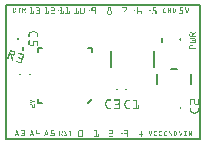
<source format=gto>
G04 MADE WITH FRITZING*
G04 WWW.FRITZING.ORG*
G04 DOUBLE SIDED*
G04 HOLES PLATED*
G04 CONTOUR ON CENTER OF CONTOUR VECTOR*
%ASAXBY*%
%FSLAX23Y23*%
%MOIN*%
%OFA0B0*%
%SFA1.0B1.0*%
%ADD10R,0.655324X0.456693X0.639324X0.440693*%
%ADD11C,0.008000*%
%ADD12C,0.006894*%
%ADD13C,0.005785*%
%ADD14R,0.001000X0.001000*%
%LNSILK1*%
G90*
G70*
G54D11*
X4Y453D02*
X651Y453D01*
X651Y4D01*
X4Y4D01*
X4Y453D01*
D02*
G54D12*
X61Y313D02*
X61Y301D01*
D02*
X522Y330D02*
X522Y343D01*
G54D11*
D02*
X620Y223D02*
X620Y189D01*
D02*
X508Y189D02*
X508Y223D01*
D02*
X554Y238D02*
X575Y238D01*
D02*
X355Y246D02*
X355Y297D01*
D02*
X496Y297D02*
X496Y246D01*
G54D13*
D02*
X122Y308D02*
X109Y308D01*
D02*
X109Y295D02*
X109Y308D01*
D02*
X278Y308D02*
X291Y308D01*
D02*
X291Y308D02*
X291Y295D01*
D02*
X109Y138D02*
X109Y125D01*
D02*
X109Y125D02*
X122Y125D01*
D02*
X278Y125D02*
X291Y138D01*
G54D14*
X392Y445D02*
X404Y445D01*
X85Y444D02*
X90Y444D01*
X105Y444D02*
X113Y444D01*
X134Y444D02*
X139Y444D01*
X154Y444D02*
X162Y444D01*
X184Y444D02*
X189Y444D01*
X203Y444D02*
X209Y444D01*
X290Y444D02*
X304Y444D01*
X344Y444D02*
X352Y444D01*
X390Y444D02*
X405Y444D01*
X441Y444D02*
X444Y444D01*
X493Y444D02*
X504Y444D01*
X584Y444D02*
X593Y444D01*
X602Y444D02*
X602Y444D01*
X613Y444D02*
X613Y444D01*
X28Y443D02*
X32Y443D01*
X43Y443D02*
X53Y443D01*
X59Y443D02*
X67Y443D01*
X84Y443D02*
X91Y443D01*
X103Y443D02*
X115Y443D01*
X133Y443D02*
X140Y443D01*
X153Y443D02*
X165Y443D01*
X183Y443D02*
X190Y443D01*
X202Y443D02*
X210Y443D01*
X232Y443D02*
X239Y443D01*
X253Y443D02*
X264Y443D01*
X289Y443D02*
X304Y443D01*
X344Y443D02*
X352Y443D01*
X390Y443D02*
X405Y443D01*
X441Y443D02*
X444Y443D01*
X493Y443D02*
X505Y443D01*
X584Y443D02*
X594Y443D01*
X601Y443D02*
X603Y443D01*
X612Y443D02*
X614Y443D01*
X27Y442D02*
X34Y442D01*
X43Y442D02*
X53Y442D01*
X59Y442D02*
X69Y442D01*
X84Y442D02*
X91Y442D01*
X104Y442D02*
X116Y442D01*
X133Y442D02*
X140Y442D01*
X153Y442D02*
X165Y442D01*
X183Y442D02*
X190Y442D01*
X203Y442D02*
X210Y442D01*
X232Y442D02*
X239Y442D01*
X252Y442D02*
X264Y442D01*
X289Y442D02*
X304Y442D01*
X344Y442D02*
X352Y442D01*
X390Y442D02*
X405Y442D01*
X441Y442D02*
X444Y442D01*
X493Y442D02*
X504Y442D01*
X532Y442D02*
X537Y442D01*
X544Y442D02*
X546Y442D01*
X553Y442D02*
X554Y442D01*
X560Y442D02*
X566Y442D01*
X584Y442D02*
X593Y442D01*
X601Y442D02*
X603Y442D01*
X612Y442D02*
X614Y442D01*
X28Y441D02*
X34Y441D01*
X43Y441D02*
X53Y441D01*
X59Y441D02*
X69Y441D01*
X89Y441D02*
X91Y441D01*
X114Y441D02*
X116Y441D01*
X138Y441D02*
X140Y441D01*
X163Y441D02*
X165Y441D01*
X188Y441D02*
X190Y441D01*
X208Y441D02*
X210Y441D01*
X233Y441D02*
X239Y441D01*
X252Y441D02*
X265Y441D01*
X289Y441D02*
X292Y441D01*
X302Y441D02*
X304Y441D01*
X344Y441D02*
X346Y441D01*
X350Y441D02*
X352Y441D01*
X391Y441D02*
X392Y441D01*
X403Y441D02*
X405Y441D01*
X441Y441D02*
X443Y441D01*
X493Y441D02*
X495Y441D01*
X531Y441D02*
X537Y441D01*
X544Y441D02*
X546Y441D01*
X552Y441D02*
X554Y441D01*
X560Y441D02*
X567Y441D01*
X584Y441D02*
X586Y441D01*
X601Y441D02*
X603Y441D01*
X612Y441D02*
X614Y441D01*
X29Y440D02*
X30Y440D01*
X33Y440D02*
X35Y440D01*
X43Y440D02*
X44Y440D01*
X48Y440D02*
X49Y440D01*
X52Y440D02*
X53Y440D01*
X59Y440D02*
X61Y440D01*
X68Y440D02*
X69Y440D01*
X89Y440D02*
X91Y440D01*
X114Y440D02*
X116Y440D01*
X138Y440D02*
X140Y440D01*
X164Y440D02*
X165Y440D01*
X188Y440D02*
X190Y440D01*
X208Y440D02*
X210Y440D01*
X237Y440D02*
X239Y440D01*
X252Y440D02*
X254Y440D01*
X263Y440D02*
X265Y440D01*
X289Y440D02*
X292Y440D01*
X302Y440D02*
X304Y440D01*
X344Y440D02*
X346Y440D01*
X350Y440D02*
X352Y440D01*
X403Y440D02*
X405Y440D01*
X441Y440D02*
X443Y440D01*
X493Y440D02*
X495Y440D01*
X530Y440D02*
X532Y440D01*
X544Y440D02*
X547Y440D01*
X552Y440D02*
X554Y440D01*
X562Y440D02*
X563Y440D01*
X566Y440D02*
X567Y440D01*
X584Y440D02*
X586Y440D01*
X601Y440D02*
X603Y440D01*
X612Y440D02*
X614Y440D01*
X29Y439D02*
X30Y439D01*
X34Y439D02*
X35Y439D01*
X48Y439D02*
X49Y439D01*
X59Y439D02*
X61Y439D01*
X68Y439D02*
X69Y439D01*
X89Y439D02*
X91Y439D01*
X114Y439D02*
X116Y439D01*
X138Y439D02*
X140Y439D01*
X164Y439D02*
X165Y439D01*
X188Y439D02*
X190Y439D01*
X208Y439D02*
X210Y439D01*
X237Y439D02*
X239Y439D01*
X252Y439D02*
X254Y439D01*
X263Y439D02*
X265Y439D01*
X289Y439D02*
X292Y439D01*
X302Y439D02*
X304Y439D01*
X344Y439D02*
X346Y439D01*
X350Y439D02*
X352Y439D01*
X403Y439D02*
X405Y439D01*
X441Y439D02*
X443Y439D01*
X493Y439D02*
X495Y439D01*
X530Y439D02*
X531Y439D01*
X544Y439D02*
X547Y439D01*
X552Y439D02*
X554Y439D01*
X562Y439D02*
X563Y439D01*
X566Y439D02*
X568Y439D01*
X584Y439D02*
X586Y439D01*
X601Y439D02*
X603Y439D01*
X612Y439D02*
X614Y439D01*
X29Y438D02*
X30Y438D01*
X34Y438D02*
X36Y438D01*
X48Y438D02*
X49Y438D01*
X59Y438D02*
X61Y438D01*
X68Y438D02*
X69Y438D01*
X89Y438D02*
X91Y438D01*
X114Y438D02*
X116Y438D01*
X138Y438D02*
X140Y438D01*
X164Y438D02*
X165Y438D01*
X188Y438D02*
X190Y438D01*
X208Y438D02*
X210Y438D01*
X237Y438D02*
X239Y438D01*
X252Y438D02*
X254Y438D01*
X263Y438D02*
X265Y438D01*
X289Y438D02*
X292Y438D01*
X302Y438D02*
X304Y438D01*
X344Y438D02*
X346Y438D01*
X350Y438D02*
X352Y438D01*
X403Y438D02*
X405Y438D01*
X441Y438D02*
X443Y438D01*
X493Y438D02*
X495Y438D01*
X529Y438D02*
X531Y438D01*
X544Y438D02*
X548Y438D01*
X552Y438D02*
X554Y438D01*
X562Y438D02*
X563Y438D01*
X567Y438D02*
X568Y438D01*
X584Y438D02*
X586Y438D01*
X601Y438D02*
X603Y438D01*
X612Y438D02*
X614Y438D01*
X29Y437D02*
X30Y437D01*
X35Y437D02*
X36Y437D01*
X48Y437D02*
X49Y437D01*
X59Y437D02*
X69Y437D01*
X89Y437D02*
X91Y437D01*
X114Y437D02*
X116Y437D01*
X138Y437D02*
X140Y437D01*
X164Y437D02*
X165Y437D01*
X188Y437D02*
X190Y437D01*
X208Y437D02*
X210Y437D01*
X237Y437D02*
X239Y437D01*
X252Y437D02*
X254Y437D01*
X263Y437D02*
X265Y437D01*
X289Y437D02*
X292Y437D01*
X302Y437D02*
X304Y437D01*
X344Y437D02*
X346Y437D01*
X350Y437D02*
X352Y437D01*
X403Y437D02*
X405Y437D01*
X441Y437D02*
X443Y437D01*
X493Y437D02*
X495Y437D01*
X528Y437D02*
X530Y437D01*
X544Y437D02*
X545Y437D01*
X547Y437D02*
X548Y437D01*
X552Y437D02*
X554Y437D01*
X562Y437D02*
X563Y437D01*
X567Y437D02*
X569Y437D01*
X584Y437D02*
X586Y437D01*
X601Y437D02*
X603Y437D01*
X611Y437D02*
X613Y437D01*
X29Y436D02*
X30Y436D01*
X35Y436D02*
X37Y436D01*
X48Y436D02*
X49Y436D01*
X59Y436D02*
X68Y436D01*
X89Y436D02*
X91Y436D01*
X114Y436D02*
X116Y436D01*
X138Y436D02*
X140Y436D01*
X164Y436D02*
X165Y436D01*
X188Y436D02*
X190Y436D01*
X208Y436D02*
X210Y436D01*
X237Y436D02*
X239Y436D01*
X252Y436D02*
X254Y436D01*
X263Y436D02*
X265Y436D01*
X289Y436D02*
X304Y436D01*
X344Y436D02*
X346Y436D01*
X350Y436D02*
X352Y436D01*
X402Y436D02*
X405Y436D01*
X441Y436D02*
X443Y436D01*
X493Y436D02*
X495Y436D01*
X528Y436D02*
X529Y436D01*
X544Y436D02*
X545Y436D01*
X547Y436D02*
X548Y436D01*
X552Y436D02*
X554Y436D01*
X562Y436D02*
X563Y436D01*
X568Y436D02*
X569Y436D01*
X584Y436D02*
X586Y436D01*
X602Y436D02*
X604Y436D01*
X611Y436D02*
X613Y436D01*
X29Y435D02*
X30Y435D01*
X36Y435D02*
X37Y435D01*
X48Y435D02*
X49Y435D01*
X59Y435D02*
X61Y435D01*
X63Y435D02*
X65Y435D01*
X89Y435D02*
X91Y435D01*
X113Y435D02*
X116Y435D01*
X138Y435D02*
X140Y435D01*
X163Y435D02*
X165Y435D01*
X188Y435D02*
X190Y435D01*
X208Y435D02*
X210Y435D01*
X237Y435D02*
X239Y435D01*
X252Y435D02*
X254Y435D01*
X263Y435D02*
X265Y435D01*
X289Y435D02*
X304Y435D01*
X344Y435D02*
X346Y435D01*
X350Y435D02*
X352Y435D01*
X401Y435D02*
X405Y435D01*
X441Y435D02*
X443Y435D01*
X493Y435D02*
X495Y435D01*
X527Y435D02*
X529Y435D01*
X544Y435D02*
X545Y435D01*
X547Y435D02*
X549Y435D01*
X552Y435D02*
X554Y435D01*
X562Y435D02*
X563Y435D01*
X568Y435D02*
X570Y435D01*
X584Y435D02*
X592Y435D01*
X602Y435D02*
X604Y435D01*
X611Y435D02*
X613Y435D01*
X29Y434D02*
X30Y434D01*
X36Y434D02*
X37Y434D01*
X48Y434D02*
X49Y434D01*
X59Y434D02*
X61Y434D01*
X64Y434D02*
X65Y434D01*
X89Y434D02*
X91Y434D01*
X106Y434D02*
X115Y434D01*
X138Y434D02*
X140Y434D01*
X154Y434D02*
X165Y434D01*
X176Y434D02*
X180Y434D01*
X185Y434D02*
X185Y434D01*
X188Y434D02*
X190Y434D01*
X208Y434D02*
X210Y434D01*
X237Y434D02*
X239Y434D01*
X252Y434D02*
X254Y434D01*
X263Y434D02*
X265Y434D01*
X280Y434D02*
X284Y434D01*
X289Y434D02*
X304Y434D01*
X344Y434D02*
X346Y434D01*
X350Y434D02*
X352Y434D01*
X400Y434D02*
X404Y434D01*
X431Y434D02*
X434Y434D01*
X441Y434D02*
X443Y434D01*
X482Y434D02*
X485Y434D01*
X493Y434D02*
X502Y434D01*
X527Y434D02*
X529Y434D01*
X544Y434D02*
X545Y434D01*
X548Y434D02*
X549Y434D01*
X552Y434D02*
X554Y434D01*
X562Y434D02*
X563Y434D01*
X569Y434D02*
X570Y434D01*
X584Y434D02*
X593Y434D01*
X603Y434D02*
X605Y434D01*
X610Y434D02*
X612Y434D01*
X29Y433D02*
X30Y433D01*
X35Y433D02*
X37Y433D01*
X48Y433D02*
X49Y433D01*
X59Y433D02*
X61Y433D01*
X64Y433D02*
X66Y433D01*
X89Y433D02*
X91Y433D01*
X106Y433D02*
X115Y433D01*
X138Y433D02*
X140Y433D01*
X153Y433D02*
X165Y433D01*
X175Y433D02*
X185Y433D01*
X188Y433D02*
X190Y433D01*
X208Y433D02*
X210Y433D01*
X226Y433D02*
X231Y433D01*
X235Y433D02*
X239Y433D01*
X252Y433D02*
X254Y433D01*
X263Y433D02*
X265Y433D01*
X279Y433D02*
X289Y433D01*
X302Y433D02*
X304Y433D01*
X342Y433D02*
X354Y433D01*
X399Y433D02*
X403Y433D01*
X430Y433D02*
X443Y433D01*
X481Y433D02*
X487Y433D01*
X489Y433D02*
X491Y433D01*
X493Y433D02*
X504Y433D01*
X527Y433D02*
X529Y433D01*
X534Y433D02*
X537Y433D01*
X544Y433D02*
X545Y433D01*
X548Y433D02*
X550Y433D01*
X552Y433D02*
X554Y433D01*
X562Y433D02*
X563Y433D01*
X568Y433D02*
X570Y433D01*
X584Y433D02*
X594Y433D01*
X603Y433D02*
X605Y433D01*
X610Y433D02*
X612Y433D01*
X29Y432D02*
X30Y432D01*
X35Y432D02*
X36Y432D01*
X48Y432D02*
X49Y432D01*
X59Y432D02*
X61Y432D01*
X65Y432D02*
X67Y432D01*
X89Y432D02*
X91Y432D01*
X95Y432D02*
X95Y432D01*
X107Y432D02*
X116Y432D01*
X138Y432D02*
X140Y432D01*
X144Y432D02*
X145Y432D01*
X153Y432D02*
X163Y432D01*
X175Y432D02*
X175Y432D01*
X180Y432D02*
X185Y432D01*
X188Y432D02*
X190Y432D01*
X194Y432D02*
X195Y432D01*
X208Y432D02*
X210Y432D01*
X214Y432D02*
X215Y432D01*
X225Y432D02*
X239Y432D01*
X252Y432D02*
X254Y432D01*
X263Y432D02*
X265Y432D01*
X279Y432D02*
X279Y432D01*
X284Y432D02*
X288Y432D01*
X302Y432D02*
X304Y432D01*
X341Y432D02*
X355Y432D01*
X398Y432D02*
X402Y432D01*
X430Y432D02*
X430Y432D01*
X434Y432D02*
X443Y432D01*
X481Y432D02*
X481Y432D01*
X485Y432D02*
X490Y432D01*
X493Y432D02*
X504Y432D01*
X527Y432D02*
X529Y432D01*
X533Y432D02*
X538Y432D01*
X544Y432D02*
X545Y432D01*
X549Y432D02*
X550Y432D01*
X552Y432D02*
X554Y432D01*
X562Y432D02*
X563Y432D01*
X568Y432D02*
X569Y432D01*
X592Y432D02*
X594Y432D01*
X603Y432D02*
X605Y432D01*
X609Y432D02*
X611Y432D01*
X29Y431D02*
X30Y431D01*
X34Y431D02*
X36Y431D01*
X48Y431D02*
X49Y431D01*
X59Y431D02*
X61Y431D01*
X66Y431D02*
X67Y431D01*
X89Y431D02*
X91Y431D01*
X94Y431D02*
X96Y431D01*
X114Y431D02*
X116Y431D01*
X138Y431D02*
X140Y431D01*
X144Y431D02*
X145Y431D01*
X153Y431D02*
X154Y431D01*
X188Y431D02*
X190Y431D01*
X194Y431D02*
X195Y431D01*
X208Y431D02*
X210Y431D01*
X213Y431D02*
X215Y431D01*
X225Y431D02*
X225Y431D01*
X231Y431D02*
X235Y431D01*
X237Y431D02*
X239Y431D01*
X243Y431D02*
X245Y431D01*
X252Y431D02*
X254Y431D01*
X263Y431D02*
X265Y431D01*
X302Y431D02*
X304Y431D01*
X341Y431D02*
X355Y431D01*
X397Y431D02*
X400Y431D01*
X437Y431D02*
X438Y431D01*
X441Y431D02*
X455Y431D01*
X488Y431D02*
X488Y431D01*
X494Y431D02*
X505Y431D01*
X527Y431D02*
X529Y431D01*
X534Y431D02*
X538Y431D01*
X544Y431D02*
X545Y431D01*
X549Y431D02*
X554Y431D01*
X562Y431D02*
X563Y431D01*
X567Y431D02*
X569Y431D01*
X592Y431D02*
X594Y431D01*
X604Y431D02*
X606Y431D01*
X609Y431D02*
X611Y431D01*
X29Y430D02*
X30Y430D01*
X34Y430D02*
X35Y430D01*
X48Y430D02*
X49Y430D01*
X59Y430D02*
X61Y430D01*
X66Y430D02*
X68Y430D01*
X89Y430D02*
X91Y430D01*
X94Y430D02*
X96Y430D01*
X114Y430D02*
X116Y430D01*
X138Y430D02*
X140Y430D01*
X144Y430D02*
X145Y430D01*
X153Y430D02*
X154Y430D01*
X188Y430D02*
X190Y430D01*
X193Y430D02*
X195Y430D01*
X208Y430D02*
X210Y430D01*
X213Y430D02*
X215Y430D01*
X237Y430D02*
X239Y430D01*
X243Y430D02*
X245Y430D01*
X252Y430D02*
X254Y430D01*
X263Y430D02*
X265Y430D01*
X302Y430D02*
X304Y430D01*
X341Y430D02*
X343Y430D01*
X353Y430D02*
X355Y430D01*
X396Y430D02*
X399Y430D01*
X441Y430D02*
X455Y430D01*
X502Y430D02*
X505Y430D01*
X527Y430D02*
X529Y430D01*
X536Y430D02*
X538Y430D01*
X544Y430D02*
X545Y430D01*
X550Y430D02*
X554Y430D01*
X562Y430D02*
X563Y430D01*
X567Y430D02*
X569Y430D01*
X592Y430D02*
X594Y430D01*
X604Y430D02*
X606Y430D01*
X609Y430D02*
X611Y430D01*
X29Y429D02*
X30Y429D01*
X33Y429D02*
X35Y429D01*
X48Y429D02*
X49Y429D01*
X59Y429D02*
X61Y429D01*
X67Y429D02*
X68Y429D01*
X89Y429D02*
X91Y429D01*
X94Y429D02*
X96Y429D01*
X114Y429D02*
X116Y429D01*
X138Y429D02*
X140Y429D01*
X144Y429D02*
X145Y429D01*
X153Y429D02*
X154Y429D01*
X188Y429D02*
X190Y429D01*
X193Y429D02*
X195Y429D01*
X208Y429D02*
X210Y429D01*
X213Y429D02*
X215Y429D01*
X237Y429D02*
X239Y429D01*
X243Y429D02*
X245Y429D01*
X252Y429D02*
X254Y429D01*
X263Y429D02*
X265Y429D01*
X302Y429D02*
X304Y429D01*
X341Y429D02*
X343Y429D01*
X353Y429D02*
X355Y429D01*
X396Y429D02*
X398Y429D01*
X441Y429D02*
X455Y429D01*
X502Y429D02*
X505Y429D01*
X527Y429D02*
X529Y429D01*
X536Y429D02*
X538Y429D01*
X544Y429D02*
X545Y429D01*
X550Y429D02*
X554Y429D01*
X562Y429D02*
X563Y429D01*
X566Y429D02*
X568Y429D01*
X592Y429D02*
X594Y429D01*
X605Y429D02*
X610Y429D01*
X29Y428D02*
X34Y428D01*
X48Y428D02*
X49Y428D01*
X59Y428D02*
X61Y428D01*
X67Y428D02*
X69Y428D01*
X89Y428D02*
X91Y428D01*
X94Y428D02*
X96Y428D01*
X114Y428D02*
X116Y428D01*
X138Y428D02*
X140Y428D01*
X144Y428D02*
X145Y428D01*
X153Y428D02*
X154Y428D01*
X188Y428D02*
X190Y428D01*
X193Y428D02*
X195Y428D01*
X208Y428D02*
X210Y428D01*
X213Y428D02*
X215Y428D01*
X237Y428D02*
X239Y428D01*
X243Y428D02*
X245Y428D01*
X252Y428D02*
X254Y428D01*
X263Y428D02*
X265Y428D01*
X302Y428D02*
X304Y428D01*
X341Y428D02*
X343Y428D01*
X353Y428D02*
X355Y428D01*
X396Y428D02*
X398Y428D01*
X441Y428D02*
X443Y428D01*
X453Y428D02*
X455Y428D01*
X502Y428D02*
X505Y428D01*
X527Y428D02*
X529Y428D01*
X536Y428D02*
X537Y428D01*
X544Y428D02*
X545Y428D01*
X550Y428D02*
X554Y428D01*
X562Y428D02*
X563Y428D01*
X566Y428D02*
X568Y428D01*
X592Y428D02*
X594Y428D01*
X605Y428D02*
X610Y428D01*
X27Y427D02*
X34Y427D01*
X48Y427D02*
X49Y427D01*
X59Y427D02*
X61Y427D01*
X68Y427D02*
X69Y427D01*
X89Y427D02*
X91Y427D01*
X94Y427D02*
X96Y427D01*
X114Y427D02*
X116Y427D01*
X138Y427D02*
X140Y427D01*
X144Y427D02*
X145Y427D01*
X153Y427D02*
X154Y427D01*
X188Y427D02*
X190Y427D01*
X193Y427D02*
X195Y427D01*
X208Y427D02*
X210Y427D01*
X213Y427D02*
X215Y427D01*
X237Y427D02*
X239Y427D01*
X243Y427D02*
X245Y427D01*
X252Y427D02*
X254Y427D01*
X263Y427D02*
X265Y427D01*
X302Y427D02*
X304Y427D01*
X341Y427D02*
X343Y427D01*
X353Y427D02*
X355Y427D01*
X396Y427D02*
X398Y427D01*
X441Y427D02*
X443Y427D01*
X453Y427D02*
X455Y427D01*
X502Y427D02*
X505Y427D01*
X528Y427D02*
X537Y427D01*
X544Y427D02*
X545Y427D01*
X551Y427D02*
X554Y427D01*
X560Y427D02*
X567Y427D01*
X592Y427D02*
X594Y427D01*
X605Y427D02*
X609Y427D01*
X27Y426D02*
X33Y426D01*
X48Y426D02*
X48Y426D01*
X60Y426D02*
X60Y426D01*
X69Y426D02*
X69Y426D01*
X89Y426D02*
X91Y426D01*
X94Y426D02*
X96Y426D01*
X114Y426D02*
X116Y426D01*
X138Y426D02*
X140Y426D01*
X144Y426D02*
X145Y426D01*
X153Y426D02*
X154Y426D01*
X188Y426D02*
X190Y426D01*
X193Y426D02*
X195Y426D01*
X208Y426D02*
X210Y426D01*
X213Y426D02*
X215Y426D01*
X237Y426D02*
X239Y426D01*
X243Y426D02*
X245Y426D01*
X252Y426D02*
X254Y426D01*
X263Y426D02*
X265Y426D01*
X302Y426D02*
X304Y426D01*
X341Y426D02*
X343Y426D01*
X353Y426D02*
X355Y426D01*
X396Y426D02*
X398Y426D01*
X441Y426D02*
X443Y426D01*
X453Y426D02*
X455Y426D01*
X502Y426D02*
X505Y426D01*
X529Y426D02*
X536Y426D01*
X544Y426D02*
X545Y426D01*
X551Y426D02*
X554Y426D01*
X560Y426D02*
X566Y426D01*
X581Y426D02*
X584Y426D01*
X592Y426D02*
X594Y426D01*
X606Y426D02*
X609Y426D01*
X84Y425D02*
X96Y425D01*
X104Y425D02*
X116Y425D01*
X133Y425D02*
X145Y425D01*
X153Y425D02*
X165Y425D01*
X183Y425D02*
X195Y425D01*
X203Y425D02*
X215Y425D01*
X234Y425D02*
X245Y425D01*
X252Y425D02*
X265Y425D01*
X302Y425D02*
X304Y425D01*
X341Y425D02*
X343Y425D01*
X353Y425D02*
X355Y425D01*
X396Y425D02*
X398Y425D01*
X441Y425D02*
X443Y425D01*
X453Y425D02*
X455Y425D01*
X502Y425D02*
X505Y425D01*
X581Y425D02*
X594Y425D01*
X606Y425D02*
X609Y425D01*
X83Y424D02*
X96Y424D01*
X103Y424D02*
X116Y424D01*
X133Y424D02*
X145Y424D01*
X153Y424D02*
X165Y424D01*
X183Y424D02*
X195Y424D01*
X202Y424D02*
X215Y424D01*
X232Y424D02*
X245Y424D01*
X252Y424D02*
X264Y424D01*
X302Y424D02*
X304Y424D01*
X341Y424D02*
X343Y424D01*
X353Y424D02*
X355Y424D01*
X396Y424D02*
X398Y424D01*
X441Y424D02*
X443Y424D01*
X453Y424D02*
X455Y424D01*
X490Y424D02*
X493Y424D01*
X502Y424D02*
X505Y424D01*
X582Y424D02*
X593Y424D01*
X606Y424D02*
X608Y424D01*
X84Y423D02*
X95Y423D01*
X104Y423D02*
X114Y423D01*
X133Y423D02*
X145Y423D01*
X153Y423D02*
X165Y423D01*
X183Y423D02*
X195Y423D01*
X203Y423D02*
X214Y423D01*
X232Y423D02*
X244Y423D01*
X253Y423D02*
X264Y423D01*
X301Y423D02*
X304Y423D01*
X341Y423D02*
X355Y423D01*
X396Y423D02*
X398Y423D01*
X441Y423D02*
X455Y423D01*
X490Y423D02*
X505Y423D01*
X586Y423D02*
X591Y423D01*
X300Y422D02*
X304Y422D01*
X341Y422D02*
X355Y422D01*
X396Y422D02*
X398Y422D01*
X441Y422D02*
X455Y422D01*
X491Y422D02*
X504Y422D01*
X301Y421D02*
X304Y421D01*
X342Y421D02*
X354Y421D01*
X397Y421D02*
X398Y421D01*
X441Y421D02*
X455Y421D01*
X492Y421D02*
X503Y421D01*
X344Y420D02*
X352Y420D01*
X92Y365D02*
X98Y365D01*
X90Y364D02*
X100Y364D01*
X88Y363D02*
X102Y363D01*
X86Y362D02*
X104Y362D01*
X84Y361D02*
X92Y361D01*
X98Y361D02*
X106Y361D01*
X620Y361D02*
X621Y361D01*
X82Y360D02*
X90Y360D01*
X100Y360D02*
X108Y360D01*
X617Y360D02*
X623Y360D01*
X634Y360D02*
X637Y360D01*
X81Y359D02*
X88Y359D01*
X102Y359D02*
X109Y359D01*
X616Y359D02*
X624Y359D01*
X633Y359D02*
X637Y359D01*
X80Y358D02*
X86Y358D01*
X104Y358D02*
X110Y358D01*
X616Y358D02*
X619Y358D01*
X622Y358D02*
X624Y358D01*
X631Y358D02*
X636Y358D01*
X80Y357D02*
X84Y357D01*
X106Y357D02*
X110Y357D01*
X616Y357D02*
X618Y357D01*
X623Y357D02*
X625Y357D01*
X629Y357D02*
X634Y357D01*
X79Y356D02*
X83Y356D01*
X107Y356D02*
X111Y356D01*
X615Y356D02*
X617Y356D01*
X623Y356D02*
X625Y356D01*
X627Y356D02*
X632Y356D01*
X79Y355D02*
X82Y355D01*
X107Y355D02*
X111Y355D01*
X615Y355D02*
X617Y355D01*
X623Y355D02*
X631Y355D01*
X79Y354D02*
X82Y354D01*
X107Y354D02*
X111Y354D01*
X615Y354D02*
X617Y354D01*
X623Y354D02*
X629Y354D01*
X79Y353D02*
X82Y353D01*
X107Y353D02*
X111Y353D01*
X615Y353D02*
X617Y353D01*
X623Y353D02*
X627Y353D01*
X79Y352D02*
X82Y352D01*
X107Y352D02*
X111Y352D01*
X615Y352D02*
X617Y352D01*
X623Y352D02*
X626Y352D01*
X79Y351D02*
X82Y351D01*
X107Y351D02*
X111Y351D01*
X615Y351D02*
X617Y351D01*
X623Y351D02*
X625Y351D01*
X79Y350D02*
X82Y350D01*
X107Y350D02*
X111Y350D01*
X615Y350D02*
X617Y350D01*
X623Y350D02*
X625Y350D01*
X79Y349D02*
X82Y349D01*
X107Y349D02*
X111Y349D01*
X615Y349D02*
X637Y349D01*
X79Y348D02*
X82Y348D01*
X107Y348D02*
X111Y348D01*
X615Y348D02*
X637Y348D01*
X79Y347D02*
X82Y347D01*
X108Y347D02*
X111Y347D01*
X616Y347D02*
X636Y347D01*
X80Y346D02*
X82Y346D01*
X108Y346D02*
X110Y346D01*
X587Y344D02*
X587Y344D01*
X586Y343D02*
X587Y343D01*
X42Y342D02*
X45Y342D01*
X585Y342D02*
X587Y342D01*
X42Y341D02*
X46Y341D01*
X584Y341D02*
X587Y341D01*
X41Y340D02*
X46Y340D01*
X583Y340D02*
X587Y340D01*
X616Y340D02*
X634Y340D01*
X41Y339D02*
X46Y339D01*
X582Y339D02*
X587Y339D01*
X616Y339D02*
X636Y339D01*
X41Y338D02*
X46Y338D01*
X581Y338D02*
X587Y338D01*
X616Y338D02*
X637Y338D01*
X42Y337D02*
X45Y337D01*
X581Y337D02*
X587Y337D01*
X634Y337D02*
X637Y337D01*
X582Y336D02*
X587Y336D01*
X635Y336D02*
X637Y336D01*
X81Y335D02*
X84Y335D01*
X583Y335D02*
X587Y335D01*
X635Y335D02*
X637Y335D01*
X81Y334D02*
X84Y334D01*
X584Y334D02*
X587Y334D01*
X623Y334D02*
X637Y334D01*
X80Y333D02*
X84Y333D01*
X585Y333D02*
X587Y333D01*
X623Y333D02*
X636Y333D01*
X80Y332D02*
X84Y332D01*
X586Y332D02*
X587Y332D01*
X623Y332D02*
X637Y332D01*
X80Y331D02*
X83Y331D01*
X93Y331D02*
X111Y331D01*
X587Y331D02*
X587Y331D01*
X635Y331D02*
X637Y331D01*
X79Y330D02*
X83Y330D01*
X93Y330D02*
X111Y330D01*
X635Y330D02*
X637Y330D01*
X79Y329D02*
X82Y329D01*
X93Y329D02*
X111Y329D01*
X634Y329D02*
X637Y329D01*
X79Y328D02*
X82Y328D01*
X93Y328D02*
X111Y328D01*
X616Y328D02*
X637Y328D01*
X79Y327D02*
X82Y327D01*
X93Y327D02*
X97Y327D01*
X107Y327D02*
X111Y327D01*
X616Y327D02*
X635Y327D01*
X79Y326D02*
X82Y326D01*
X93Y326D02*
X97Y326D01*
X107Y326D02*
X111Y326D01*
X617Y326D02*
X634Y326D01*
X79Y325D02*
X82Y325D01*
X93Y325D02*
X97Y325D01*
X107Y325D02*
X111Y325D01*
X79Y324D02*
X82Y324D01*
X93Y324D02*
X97Y324D01*
X107Y324D02*
X111Y324D01*
X79Y323D02*
X82Y323D01*
X93Y323D02*
X97Y323D01*
X107Y323D02*
X111Y323D01*
X79Y322D02*
X82Y322D01*
X93Y322D02*
X97Y322D01*
X107Y322D02*
X111Y322D01*
X79Y321D02*
X82Y321D01*
X93Y321D02*
X97Y321D01*
X107Y321D02*
X111Y321D01*
X79Y320D02*
X82Y320D01*
X93Y320D02*
X97Y320D01*
X107Y320D02*
X111Y320D01*
X79Y319D02*
X97Y319D01*
X107Y319D02*
X111Y319D01*
X618Y319D02*
X626Y319D01*
X83Y318D02*
X96Y318D01*
X107Y318D02*
X111Y318D01*
X617Y318D02*
X627Y318D01*
X83Y317D02*
X96Y317D01*
X108Y317D02*
X111Y317D01*
X616Y317D02*
X628Y317D01*
X83Y316D02*
X95Y316D01*
X108Y316D02*
X110Y316D01*
X616Y316D02*
X618Y316D01*
X626Y316D02*
X628Y316D01*
X615Y315D02*
X617Y315D01*
X626Y315D02*
X628Y315D01*
X615Y314D02*
X617Y314D01*
X626Y314D02*
X628Y314D01*
X615Y313D02*
X617Y313D01*
X626Y313D02*
X628Y313D01*
X615Y312D02*
X617Y312D01*
X626Y312D02*
X628Y312D01*
X615Y311D02*
X617Y311D01*
X626Y311D02*
X628Y311D01*
X615Y310D02*
X617Y310D01*
X626Y310D02*
X628Y310D01*
X615Y309D02*
X617Y309D01*
X626Y309D02*
X628Y309D01*
X615Y308D02*
X618Y308D01*
X626Y308D02*
X629Y308D01*
X615Y307D02*
X637Y307D01*
X615Y306D02*
X637Y306D01*
X17Y302D02*
X18Y302D01*
X17Y301D02*
X21Y301D01*
X17Y300D02*
X24Y300D01*
X16Y299D02*
X27Y299D01*
X16Y298D02*
X30Y298D01*
X16Y297D02*
X32Y297D01*
X15Y296D02*
X19Y296D01*
X24Y296D02*
X33Y296D01*
X15Y295D02*
X18Y295D01*
X27Y295D02*
X34Y295D01*
X15Y294D02*
X18Y294D01*
X30Y294D02*
X34Y294D01*
X14Y293D02*
X18Y293D01*
X31Y293D02*
X34Y293D01*
X14Y292D02*
X17Y292D01*
X31Y292D02*
X35Y292D01*
X46Y292D02*
X49Y292D01*
X14Y291D02*
X18Y291D01*
X31Y291D02*
X34Y291D01*
X45Y291D02*
X52Y291D01*
X13Y290D02*
X20Y290D01*
X31Y290D02*
X34Y290D01*
X45Y290D02*
X55Y290D01*
X13Y289D02*
X24Y289D01*
X30Y289D02*
X34Y289D01*
X46Y289D02*
X58Y289D01*
X13Y288D02*
X27Y288D01*
X29Y288D02*
X34Y288D01*
X48Y288D02*
X61Y288D01*
X12Y287D02*
X33Y287D01*
X51Y287D02*
X62Y287D01*
X12Y286D02*
X16Y286D01*
X20Y286D02*
X32Y286D01*
X54Y286D02*
X63Y286D01*
X12Y285D02*
X15Y285D01*
X20Y285D02*
X31Y285D01*
X57Y285D02*
X63Y285D01*
X11Y284D02*
X15Y284D01*
X20Y284D02*
X23Y284D01*
X26Y284D02*
X29Y284D01*
X60Y284D02*
X64Y284D01*
X11Y283D02*
X15Y283D01*
X20Y283D02*
X24Y283D01*
X60Y283D02*
X63Y283D01*
X11Y282D02*
X14Y282D01*
X21Y282D02*
X24Y282D01*
X60Y282D02*
X63Y282D01*
X10Y281D02*
X14Y281D01*
X21Y281D02*
X24Y281D01*
X59Y281D02*
X63Y281D01*
X10Y280D02*
X14Y280D01*
X21Y280D02*
X24Y280D01*
X59Y280D02*
X63Y280D01*
X10Y279D02*
X13Y279D01*
X21Y279D02*
X24Y279D01*
X59Y279D02*
X62Y279D01*
X9Y278D02*
X13Y278D01*
X21Y278D02*
X25Y278D01*
X58Y278D02*
X62Y278D01*
X9Y277D02*
X13Y277D01*
X22Y277D02*
X25Y277D01*
X45Y277D02*
X49Y277D01*
X58Y277D02*
X62Y277D01*
X9Y276D02*
X12Y276D01*
X22Y276D02*
X25Y276D01*
X45Y276D02*
X52Y276D01*
X58Y276D02*
X61Y276D01*
X9Y275D02*
X12Y275D01*
X22Y275D02*
X25Y275D01*
X45Y275D02*
X61Y275D01*
X8Y274D02*
X12Y274D01*
X22Y274D02*
X26Y274D01*
X46Y274D02*
X60Y274D01*
X8Y273D02*
X11Y273D01*
X22Y273D02*
X26Y273D01*
X49Y273D02*
X60Y273D01*
X8Y272D02*
X11Y272D01*
X23Y272D02*
X26Y272D01*
X52Y272D02*
X58Y272D01*
X9Y271D02*
X10Y271D01*
X23Y271D02*
X26Y271D01*
X54Y271D02*
X58Y271D01*
X23Y270D02*
X26Y270D01*
X55Y270D02*
X59Y270D01*
X23Y269D02*
X27Y269D01*
X55Y269D02*
X59Y269D01*
X24Y268D02*
X27Y268D01*
X55Y268D02*
X59Y268D01*
X24Y267D02*
X27Y267D01*
X55Y267D02*
X58Y267D01*
X25Y266D02*
X26Y266D01*
X55Y266D02*
X58Y266D01*
X37Y265D02*
X40Y265D01*
X54Y265D02*
X58Y265D01*
X37Y264D02*
X43Y264D01*
X54Y264D02*
X57Y264D01*
X37Y263D02*
X46Y263D01*
X54Y263D02*
X57Y263D01*
X37Y262D02*
X49Y262D01*
X53Y262D02*
X57Y262D01*
X40Y261D02*
X56Y261D01*
X43Y260D02*
X56Y260D01*
X46Y259D02*
X55Y259D01*
X49Y258D02*
X55Y258D01*
X51Y223D02*
X51Y223D01*
X83Y223D02*
X85Y223D01*
X49Y222D02*
X52Y222D01*
X82Y222D02*
X86Y222D01*
X48Y221D02*
X53Y221D01*
X81Y221D02*
X87Y221D01*
X48Y220D02*
X53Y220D01*
X81Y220D02*
X87Y220D01*
X48Y219D02*
X53Y219D01*
X82Y219D02*
X87Y219D01*
X48Y218D02*
X53Y218D01*
X83Y218D02*
X86Y218D01*
X50Y217D02*
X51Y217D01*
X372Y173D02*
X374Y173D01*
X404Y173D02*
X406Y173D01*
X371Y172D02*
X375Y172D01*
X403Y172D02*
X407Y172D01*
X370Y171D02*
X376Y171D01*
X402Y171D02*
X408Y171D01*
X370Y170D02*
X376Y170D01*
X402Y170D02*
X408Y170D01*
X371Y169D02*
X375Y169D01*
X402Y169D02*
X407Y169D01*
X371Y168D02*
X375Y168D01*
X403Y168D02*
X407Y168D01*
X618Y139D02*
X632Y139D01*
X645Y139D02*
X648Y139D01*
X344Y138D02*
X352Y138D01*
X365Y138D02*
X380Y138D01*
X617Y138D02*
X633Y138D01*
X645Y138D02*
X648Y138D01*
X341Y137D02*
X353Y137D01*
X364Y137D02*
X382Y137D01*
X617Y137D02*
X634Y137D01*
X645Y137D02*
X648Y137D01*
X83Y136D02*
X85Y136D01*
X340Y136D02*
X353Y136D01*
X364Y136D02*
X383Y136D01*
X405Y136D02*
X417Y136D01*
X428Y136D02*
X439Y136D01*
X617Y136D02*
X634Y136D01*
X645Y136D02*
X648Y136D01*
X83Y135D02*
X88Y135D01*
X339Y135D02*
X353Y135D01*
X364Y135D02*
X383Y135D01*
X404Y135D02*
X417Y135D01*
X428Y135D02*
X439Y135D01*
X617Y135D02*
X620Y135D01*
X631Y135D02*
X634Y135D01*
X645Y135D02*
X648Y135D01*
X84Y134D02*
X91Y134D01*
X339Y134D02*
X352Y134D01*
X365Y134D02*
X383Y134D01*
X403Y134D02*
X417Y134D01*
X428Y134D02*
X439Y134D01*
X617Y134D02*
X620Y134D01*
X631Y134D02*
X634Y134D01*
X645Y134D02*
X648Y134D01*
X87Y133D02*
X95Y133D01*
X338Y133D02*
X342Y133D01*
X380Y133D02*
X383Y133D01*
X403Y133D02*
X416Y133D01*
X429Y133D02*
X439Y133D01*
X617Y133D02*
X620Y133D01*
X631Y133D02*
X634Y133D01*
X645Y133D02*
X648Y133D01*
X87Y132D02*
X88Y132D01*
X91Y132D02*
X98Y132D01*
X338Y132D02*
X341Y132D01*
X380Y132D02*
X383Y132D01*
X402Y132D02*
X406Y132D01*
X436Y132D02*
X439Y132D01*
X617Y132D02*
X620Y132D01*
X631Y132D02*
X634Y132D01*
X645Y132D02*
X648Y132D01*
X87Y131D02*
X88Y131D01*
X94Y131D02*
X99Y131D01*
X337Y131D02*
X341Y131D01*
X380Y131D02*
X383Y131D01*
X402Y131D02*
X405Y131D01*
X436Y131D02*
X439Y131D01*
X617Y131D02*
X620Y131D01*
X631Y131D02*
X634Y131D01*
X645Y131D02*
X648Y131D01*
X87Y130D02*
X88Y130D01*
X92Y130D02*
X99Y130D01*
X337Y130D02*
X340Y130D01*
X380Y130D02*
X383Y130D01*
X401Y130D02*
X405Y130D01*
X436Y130D02*
X439Y130D01*
X617Y130D02*
X620Y130D01*
X631Y130D02*
X634Y130D01*
X645Y130D02*
X648Y130D01*
X87Y129D02*
X96Y129D01*
X336Y129D02*
X340Y129D01*
X380Y129D02*
X383Y129D01*
X401Y129D02*
X404Y129D01*
X436Y129D02*
X439Y129D01*
X617Y129D02*
X620Y129D01*
X631Y129D02*
X634Y129D01*
X645Y129D02*
X648Y129D01*
X86Y128D02*
X93Y128D01*
X336Y128D02*
X339Y128D01*
X380Y128D02*
X383Y128D01*
X400Y128D02*
X404Y128D01*
X436Y128D02*
X439Y128D01*
X617Y128D02*
X620Y128D01*
X631Y128D02*
X634Y128D01*
X645Y128D02*
X648Y128D01*
X83Y127D02*
X89Y127D01*
X335Y127D02*
X339Y127D01*
X380Y127D02*
X383Y127D01*
X400Y127D02*
X403Y127D01*
X436Y127D02*
X439Y127D01*
X617Y127D02*
X620Y127D01*
X631Y127D02*
X634Y127D01*
X645Y127D02*
X648Y127D01*
X83Y126D02*
X86Y126D01*
X335Y126D02*
X338Y126D01*
X380Y126D02*
X383Y126D01*
X399Y126D02*
X403Y126D01*
X436Y126D02*
X439Y126D01*
X617Y126D02*
X620Y126D01*
X631Y126D02*
X634Y126D01*
X645Y126D02*
X648Y126D01*
X334Y125D02*
X338Y125D01*
X380Y125D02*
X383Y125D01*
X399Y125D02*
X402Y125D01*
X436Y125D02*
X439Y125D01*
X617Y125D02*
X620Y125D01*
X631Y125D02*
X634Y125D01*
X645Y125D02*
X648Y125D01*
X334Y124D02*
X337Y124D01*
X378Y124D02*
X383Y124D01*
X398Y124D02*
X402Y124D01*
X436Y124D02*
X439Y124D01*
X617Y124D02*
X620Y124D01*
X631Y124D02*
X634Y124D01*
X645Y124D02*
X648Y124D01*
X334Y123D02*
X337Y123D01*
X368Y123D02*
X383Y123D01*
X398Y123D02*
X401Y123D01*
X436Y123D02*
X439Y123D01*
X617Y123D02*
X620Y123D01*
X631Y123D02*
X648Y123D01*
X334Y122D02*
X337Y122D01*
X368Y122D02*
X382Y122D01*
X398Y122D02*
X401Y122D01*
X436Y122D02*
X439Y122D01*
X617Y122D02*
X620Y122D01*
X631Y122D02*
X648Y122D01*
X334Y121D02*
X337Y121D01*
X368Y121D02*
X382Y121D01*
X398Y121D02*
X401Y121D01*
X436Y121D02*
X439Y121D01*
X617Y121D02*
X620Y121D01*
X632Y121D02*
X648Y121D01*
X83Y120D02*
X90Y120D01*
X99Y120D02*
X99Y120D01*
X334Y120D02*
X337Y120D01*
X369Y120D02*
X383Y120D01*
X398Y120D02*
X401Y120D01*
X436Y120D02*
X439Y120D01*
X617Y120D02*
X619Y120D01*
X633Y120D02*
X648Y120D01*
X83Y119D02*
X91Y119D01*
X98Y119D02*
X99Y119D01*
X334Y119D02*
X338Y119D01*
X380Y119D02*
X383Y119D01*
X398Y119D02*
X401Y119D01*
X436Y119D02*
X439Y119D01*
X445Y119D02*
X446Y119D01*
X83Y118D02*
X92Y118D01*
X98Y118D02*
X99Y118D01*
X335Y118D02*
X338Y118D01*
X380Y118D02*
X383Y118D01*
X398Y118D02*
X401Y118D01*
X436Y118D02*
X439Y118D01*
X444Y118D02*
X447Y118D01*
X83Y117D02*
X84Y117D01*
X90Y117D02*
X92Y117D01*
X98Y117D02*
X99Y117D01*
X335Y117D02*
X339Y117D01*
X380Y117D02*
X383Y117D01*
X398Y117D02*
X402Y117D01*
X436Y117D02*
X439Y117D01*
X444Y117D02*
X447Y117D01*
X83Y116D02*
X84Y116D01*
X90Y116D02*
X92Y116D01*
X98Y116D02*
X99Y116D01*
X335Y116D02*
X339Y116D01*
X380Y116D02*
X383Y116D01*
X399Y116D02*
X402Y116D01*
X436Y116D02*
X439Y116D01*
X444Y116D02*
X447Y116D01*
X83Y115D02*
X84Y115D01*
X90Y115D02*
X92Y115D01*
X98Y115D02*
X99Y115D01*
X336Y115D02*
X340Y115D01*
X380Y115D02*
X383Y115D01*
X399Y115D02*
X403Y115D01*
X436Y115D02*
X439Y115D01*
X444Y115D02*
X447Y115D01*
X83Y114D02*
X84Y114D01*
X90Y114D02*
X92Y114D01*
X98Y114D02*
X99Y114D01*
X336Y114D02*
X340Y114D01*
X380Y114D02*
X383Y114D01*
X400Y114D02*
X403Y114D01*
X436Y114D02*
X439Y114D01*
X444Y114D02*
X447Y114D01*
X83Y113D02*
X84Y113D01*
X90Y113D02*
X92Y113D01*
X98Y113D02*
X99Y113D01*
X337Y113D02*
X341Y113D01*
X380Y113D02*
X383Y113D01*
X400Y113D02*
X404Y113D01*
X436Y113D02*
X439Y113D01*
X444Y113D02*
X447Y113D01*
X83Y112D02*
X84Y112D01*
X90Y112D02*
X92Y112D01*
X98Y112D02*
X99Y112D01*
X338Y112D02*
X341Y112D01*
X380Y112D02*
X383Y112D01*
X401Y112D02*
X404Y112D01*
X436Y112D02*
X439Y112D01*
X444Y112D02*
X447Y112D01*
X83Y111D02*
X84Y111D01*
X91Y111D02*
X99Y111D01*
X338Y111D02*
X342Y111D01*
X380Y111D02*
X383Y111D01*
X401Y111D02*
X405Y111D01*
X436Y111D02*
X439Y111D01*
X444Y111D02*
X447Y111D01*
X585Y111D02*
X587Y111D01*
X83Y110D02*
X84Y110D01*
X91Y110D02*
X99Y110D01*
X339Y110D02*
X343Y110D01*
X380Y110D02*
X383Y110D01*
X402Y110D02*
X406Y110D01*
X436Y110D02*
X439Y110D01*
X444Y110D02*
X447Y110D01*
X584Y110D02*
X588Y110D01*
X339Y109D02*
X353Y109D01*
X364Y109D02*
X383Y109D01*
X402Y109D02*
X406Y109D01*
X436Y109D02*
X439Y109D01*
X444Y109D02*
X447Y109D01*
X584Y109D02*
X589Y109D01*
X617Y109D02*
X619Y109D01*
X645Y109D02*
X648Y109D01*
X340Y108D02*
X353Y108D01*
X364Y108D02*
X383Y108D01*
X403Y108D02*
X417Y108D01*
X428Y108D02*
X447Y108D01*
X583Y108D02*
X589Y108D01*
X617Y108D02*
X620Y108D01*
X645Y108D02*
X648Y108D01*
X341Y107D02*
X353Y107D01*
X364Y107D02*
X382Y107D01*
X403Y107D02*
X417Y107D01*
X428Y107D02*
X447Y107D01*
X584Y107D02*
X588Y107D01*
X617Y107D02*
X620Y107D01*
X645Y107D02*
X648Y107D01*
X343Y106D02*
X352Y106D01*
X365Y106D02*
X381Y106D01*
X404Y106D02*
X417Y106D01*
X428Y106D02*
X447Y106D01*
X584Y106D02*
X588Y106D01*
X617Y106D02*
X620Y106D01*
X645Y106D02*
X648Y106D01*
X406Y105D02*
X416Y105D01*
X428Y105D02*
X446Y105D01*
X585Y105D02*
X587Y105D01*
X617Y105D02*
X620Y105D01*
X645Y105D02*
X648Y105D01*
X617Y104D02*
X620Y104D01*
X645Y104D02*
X648Y104D01*
X617Y103D02*
X620Y103D01*
X645Y103D02*
X648Y103D01*
X617Y102D02*
X620Y102D01*
X645Y102D02*
X648Y102D01*
X617Y101D02*
X620Y101D01*
X645Y101D02*
X648Y101D01*
X617Y100D02*
X620Y100D01*
X645Y100D02*
X648Y100D01*
X617Y99D02*
X620Y99D01*
X645Y99D02*
X648Y99D01*
X617Y98D02*
X621Y98D01*
X643Y98D02*
X648Y98D01*
X617Y97D02*
X623Y97D01*
X641Y97D02*
X647Y97D01*
X618Y96D02*
X625Y96D01*
X639Y96D02*
X647Y96D01*
X619Y95D02*
X627Y95D01*
X637Y95D02*
X645Y95D01*
X621Y94D02*
X629Y94D01*
X635Y94D02*
X644Y94D01*
X623Y93D02*
X642Y93D01*
X625Y92D02*
X640Y92D01*
X627Y91D02*
X638Y91D01*
X629Y90D02*
X636Y90D01*
X39Y35D02*
X41Y35D01*
X53Y35D02*
X65Y35D01*
X90Y35D02*
X91Y35D01*
X105Y35D02*
X106Y35D01*
X138Y35D02*
X139Y35D01*
X155Y35D02*
X164Y35D01*
X246Y35D02*
X259Y35D01*
X298Y35D02*
X306Y35D01*
X347Y35D02*
X360Y35D01*
X397Y35D02*
X408Y35D01*
X447Y35D02*
X447Y35D01*
X39Y34D02*
X41Y34D01*
X53Y34D02*
X66Y34D01*
X89Y34D02*
X91Y34D01*
X104Y34D02*
X106Y34D01*
X137Y34D02*
X139Y34D01*
X155Y34D02*
X164Y34D01*
X246Y34D02*
X260Y34D01*
X297Y34D02*
X306Y34D01*
X346Y34D02*
X360Y34D01*
X396Y34D02*
X409Y34D01*
X446Y34D02*
X448Y34D01*
X38Y33D02*
X41Y33D01*
X64Y33D02*
X66Y33D01*
X89Y33D02*
X92Y33D01*
X104Y33D02*
X106Y33D01*
X113Y33D02*
X114Y33D01*
X137Y33D02*
X140Y33D01*
X155Y33D02*
X157Y33D01*
X245Y33D02*
X260Y33D01*
X297Y33D02*
X306Y33D01*
X347Y33D02*
X361Y33D01*
X396Y33D02*
X410Y33D01*
X446Y33D02*
X448Y33D01*
X38Y32D02*
X41Y32D01*
X64Y32D02*
X66Y32D01*
X89Y32D02*
X92Y32D01*
X104Y32D02*
X106Y32D01*
X113Y32D02*
X114Y32D01*
X137Y32D02*
X140Y32D01*
X155Y32D02*
X156Y32D01*
X182Y32D02*
X190Y32D01*
X199Y32D02*
X207Y32D01*
X214Y32D02*
X224Y32D01*
X245Y32D02*
X247Y32D01*
X258Y32D02*
X260Y32D01*
X303Y32D02*
X306Y32D01*
X359Y32D02*
X361Y32D01*
X397Y32D02*
X410Y32D01*
X446Y32D02*
X448Y32D01*
X456Y32D02*
X457Y32D01*
X502Y32D02*
X506Y32D01*
X518Y32D02*
X522Y32D01*
X537Y32D02*
X540Y32D01*
X547Y32D02*
X548Y32D01*
X564Y32D02*
X568Y32D01*
X599Y32D02*
X606Y32D01*
X614Y32D02*
X615Y32D01*
X38Y31D02*
X42Y31D01*
X64Y31D02*
X66Y31D01*
X88Y31D02*
X92Y31D01*
X104Y31D02*
X106Y31D01*
X113Y31D02*
X114Y31D01*
X136Y31D02*
X140Y31D01*
X155Y31D02*
X156Y31D01*
X182Y31D02*
X191Y31D01*
X199Y31D02*
X208Y31D01*
X214Y31D02*
X224Y31D01*
X245Y31D02*
X247Y31D01*
X258Y31D02*
X260Y31D01*
X303Y31D02*
X306Y31D01*
X359Y31D02*
X361Y31D01*
X408Y31D02*
X410Y31D01*
X446Y31D02*
X448Y31D01*
X455Y31D02*
X457Y31D01*
X481Y31D02*
X482Y31D01*
X489Y31D02*
X491Y31D01*
X500Y31D02*
X507Y31D01*
X516Y31D02*
X523Y31D01*
X535Y31D02*
X541Y31D01*
X547Y31D02*
X549Y31D01*
X556Y31D02*
X557Y31D01*
X563Y31D02*
X569Y31D01*
X581Y31D02*
X583Y31D01*
X590Y31D02*
X591Y31D01*
X598Y31D02*
X607Y31D01*
X614Y31D02*
X616Y31D01*
X622Y31D02*
X623Y31D01*
X38Y30D02*
X42Y30D01*
X64Y30D02*
X66Y30D01*
X88Y30D02*
X93Y30D01*
X104Y30D02*
X106Y30D01*
X113Y30D02*
X114Y30D01*
X136Y30D02*
X141Y30D01*
X155Y30D02*
X156Y30D01*
X182Y30D02*
X184Y30D01*
X190Y30D02*
X192Y30D01*
X198Y30D02*
X200Y30D01*
X207Y30D02*
X208Y30D01*
X214Y30D02*
X216Y30D01*
X218Y30D02*
X220Y30D01*
X223Y30D02*
X224Y30D01*
X245Y30D02*
X247Y30D01*
X258Y30D02*
X260Y30D01*
X303Y30D02*
X306Y30D01*
X359Y30D02*
X361Y30D01*
X408Y30D02*
X410Y30D01*
X446Y30D02*
X448Y30D01*
X455Y30D02*
X457Y30D01*
X481Y30D02*
X482Y30D01*
X489Y30D02*
X491Y30D01*
X499Y30D02*
X506Y30D01*
X515Y30D02*
X522Y30D01*
X534Y30D02*
X540Y30D01*
X547Y30D02*
X550Y30D01*
X556Y30D02*
X557Y30D01*
X564Y30D02*
X570Y30D01*
X581Y30D02*
X583Y30D01*
X590Y30D02*
X591Y30D01*
X598Y30D02*
X607Y30D01*
X614Y30D02*
X616Y30D01*
X622Y30D02*
X624Y30D01*
X37Y29D02*
X42Y29D01*
X64Y29D02*
X66Y29D01*
X88Y29D02*
X93Y29D01*
X104Y29D02*
X106Y29D01*
X113Y29D02*
X114Y29D01*
X136Y29D02*
X141Y29D01*
X155Y29D02*
X156Y29D01*
X182Y29D02*
X183Y29D01*
X191Y29D02*
X192Y29D01*
X198Y29D02*
X200Y29D01*
X207Y29D02*
X208Y29D01*
X215Y29D02*
X215Y29D01*
X219Y29D02*
X220Y29D01*
X223Y29D02*
X224Y29D01*
X245Y29D02*
X247Y29D01*
X258Y29D02*
X260Y29D01*
X303Y29D02*
X306Y29D01*
X359Y29D02*
X361Y29D01*
X408Y29D02*
X410Y29D01*
X446Y29D02*
X448Y29D01*
X455Y29D02*
X457Y29D01*
X481Y29D02*
X482Y29D01*
X489Y29D02*
X491Y29D01*
X499Y29D02*
X500Y29D01*
X515Y29D02*
X516Y29D01*
X533Y29D02*
X535Y29D01*
X547Y29D02*
X550Y29D01*
X556Y29D02*
X557Y29D01*
X565Y29D02*
X566Y29D01*
X569Y29D02*
X571Y29D01*
X581Y29D02*
X583Y29D01*
X590Y29D02*
X591Y29D01*
X602Y29D02*
X603Y29D01*
X614Y29D02*
X617Y29D01*
X622Y29D02*
X624Y29D01*
X37Y28D02*
X39Y28D01*
X41Y28D02*
X43Y28D01*
X64Y28D02*
X66Y28D01*
X87Y28D02*
X89Y28D01*
X91Y28D02*
X93Y28D01*
X104Y28D02*
X106Y28D01*
X113Y28D02*
X114Y28D01*
X136Y28D02*
X137Y28D01*
X139Y28D02*
X141Y28D01*
X155Y28D02*
X156Y28D01*
X182Y28D02*
X183Y28D01*
X191Y28D02*
X192Y28D01*
X199Y28D02*
X201Y28D01*
X219Y28D02*
X220Y28D01*
X245Y28D02*
X247Y28D01*
X258Y28D02*
X260Y28D01*
X303Y28D02*
X306Y28D01*
X359Y28D02*
X361Y28D01*
X408Y28D02*
X410Y28D01*
X446Y28D02*
X448Y28D01*
X455Y28D02*
X457Y28D01*
X481Y28D02*
X482Y28D01*
X489Y28D02*
X491Y28D01*
X498Y28D02*
X500Y28D01*
X514Y28D02*
X516Y28D01*
X533Y28D02*
X534Y28D01*
X547Y28D02*
X551Y28D01*
X556Y28D02*
X557Y28D01*
X565Y28D02*
X566Y28D01*
X570Y28D02*
X571Y28D01*
X581Y28D02*
X583Y28D01*
X590Y28D02*
X591Y28D01*
X602Y28D02*
X603Y28D01*
X614Y28D02*
X617Y28D01*
X622Y28D02*
X624Y28D01*
X37Y27D02*
X39Y27D01*
X41Y27D02*
X43Y27D01*
X64Y27D02*
X66Y27D01*
X87Y27D02*
X89Y27D01*
X92Y27D02*
X93Y27D01*
X104Y27D02*
X106Y27D01*
X113Y27D02*
X114Y27D01*
X135Y27D02*
X137Y27D01*
X140Y27D02*
X142Y27D01*
X155Y27D02*
X156Y27D01*
X182Y27D02*
X184Y27D01*
X190Y27D02*
X192Y27D01*
X200Y27D02*
X202Y27D01*
X219Y27D02*
X220Y27D01*
X245Y27D02*
X247Y27D01*
X258Y27D02*
X260Y27D01*
X303Y27D02*
X306Y27D01*
X359Y27D02*
X361Y27D01*
X383Y27D02*
X384Y27D01*
X408Y27D02*
X410Y27D01*
X446Y27D02*
X448Y27D01*
X455Y27D02*
X457Y27D01*
X481Y27D02*
X482Y27D01*
X489Y27D02*
X491Y27D01*
X498Y27D02*
X499Y27D01*
X514Y27D02*
X515Y27D01*
X532Y27D02*
X534Y27D01*
X547Y27D02*
X551Y27D01*
X556Y27D02*
X557Y27D01*
X565Y27D02*
X566Y27D01*
X570Y27D02*
X572Y27D01*
X581Y27D02*
X583Y27D01*
X590Y27D02*
X591Y27D01*
X602Y27D02*
X603Y27D01*
X614Y27D02*
X618Y27D01*
X622Y27D02*
X624Y27D01*
X36Y26D02*
X38Y26D01*
X41Y26D02*
X43Y26D01*
X56Y26D02*
X65Y26D01*
X87Y26D02*
X89Y26D01*
X92Y26D02*
X94Y26D01*
X104Y26D02*
X106Y26D01*
X113Y26D02*
X114Y26D01*
X135Y26D02*
X137Y26D01*
X140Y26D02*
X142Y26D01*
X155Y26D02*
X163Y26D01*
X182Y26D02*
X192Y26D01*
X201Y26D02*
X202Y26D01*
X219Y26D02*
X220Y26D01*
X245Y26D02*
X247Y26D01*
X258Y26D02*
X260Y26D01*
X303Y26D02*
X306Y26D01*
X359Y26D02*
X361Y26D01*
X381Y26D02*
X387Y26D01*
X392Y26D02*
X393Y26D01*
X408Y26D02*
X410Y26D01*
X446Y26D02*
X448Y26D01*
X455Y26D02*
X457Y26D01*
X481Y26D02*
X482Y26D01*
X489Y26D02*
X490Y26D01*
X497Y26D02*
X499Y26D01*
X513Y26D02*
X515Y26D01*
X531Y26D02*
X533Y26D01*
X547Y26D02*
X548Y26D01*
X550Y26D02*
X551Y26D01*
X556Y26D02*
X557Y26D01*
X565Y26D02*
X566Y26D01*
X571Y26D02*
X572Y26D01*
X582Y26D02*
X583Y26D01*
X590Y26D02*
X591Y26D01*
X602Y26D02*
X603Y26D01*
X614Y26D02*
X615Y26D01*
X617Y26D02*
X618Y26D01*
X622Y26D02*
X624Y26D01*
X36Y25D02*
X38Y25D01*
X42Y25D02*
X44Y25D01*
X56Y25D02*
X65Y25D01*
X87Y25D02*
X89Y25D01*
X92Y25D02*
X94Y25D01*
X104Y25D02*
X106Y25D01*
X113Y25D02*
X114Y25D01*
X135Y25D02*
X137Y25D01*
X140Y25D02*
X142Y25D01*
X155Y25D02*
X164Y25D01*
X182Y25D02*
X190Y25D01*
X201Y25D02*
X203Y25D01*
X219Y25D02*
X220Y25D01*
X245Y25D02*
X247Y25D01*
X258Y25D02*
X260Y25D01*
X303Y25D02*
X306Y25D01*
X349Y25D02*
X361Y25D01*
X380Y25D02*
X393Y25D01*
X408Y25D02*
X410Y25D01*
X446Y25D02*
X448Y25D01*
X455Y25D02*
X457Y25D01*
X481Y25D02*
X483Y25D01*
X488Y25D02*
X490Y25D01*
X497Y25D02*
X498Y25D01*
X513Y25D02*
X514Y25D01*
X531Y25D02*
X532Y25D01*
X547Y25D02*
X548Y25D01*
X550Y25D02*
X552Y25D01*
X556Y25D02*
X557Y25D01*
X565Y25D02*
X566Y25D01*
X571Y25D02*
X573Y25D01*
X582Y25D02*
X584Y25D01*
X589Y25D02*
X591Y25D01*
X602Y25D02*
X603Y25D01*
X614Y25D02*
X615Y25D01*
X617Y25D02*
X619Y25D01*
X622Y25D02*
X624Y25D01*
X36Y24D02*
X38Y24D01*
X42Y24D02*
X44Y24D01*
X57Y24D02*
X66Y24D01*
X86Y24D02*
X88Y24D01*
X92Y24D02*
X94Y24D01*
X104Y24D02*
X115Y24D01*
X134Y24D02*
X136Y24D01*
X140Y24D02*
X142Y24D01*
X155Y24D02*
X165Y24D01*
X182Y24D02*
X183Y24D01*
X186Y24D02*
X188Y24D01*
X202Y24D02*
X204Y24D01*
X219Y24D02*
X220Y24D01*
X245Y24D02*
X247Y24D01*
X258Y24D02*
X260Y24D01*
X303Y24D02*
X306Y24D01*
X347Y24D02*
X361Y24D01*
X380Y24D02*
X381Y24D01*
X386Y24D02*
X392Y24D01*
X399Y24D02*
X410Y24D01*
X446Y24D02*
X448Y24D01*
X455Y24D02*
X457Y24D01*
X482Y24D02*
X483Y24D01*
X488Y24D02*
X489Y24D01*
X497Y24D02*
X498Y24D01*
X513Y24D02*
X514Y24D01*
X531Y24D02*
X532Y24D01*
X547Y24D02*
X548Y24D01*
X551Y24D02*
X552Y24D01*
X556Y24D02*
X557Y24D01*
X565Y24D02*
X566Y24D01*
X571Y24D02*
X573Y24D01*
X583Y24D02*
X584Y24D01*
X589Y24D02*
X590Y24D01*
X602Y24D02*
X603Y24D01*
X614Y24D02*
X615Y24D01*
X618Y24D02*
X619Y24D01*
X622Y24D02*
X624Y24D01*
X35Y23D02*
X37Y23D01*
X42Y23D02*
X44Y23D01*
X64Y23D02*
X66Y23D01*
X86Y23D02*
X88Y23D01*
X93Y23D02*
X95Y23D01*
X104Y23D02*
X116Y23D01*
X134Y23D02*
X136Y23D01*
X141Y23D02*
X143Y23D01*
X163Y23D02*
X165Y23D01*
X182Y23D02*
X183Y23D01*
X187Y23D02*
X188Y23D01*
X203Y23D02*
X205Y23D01*
X219Y23D02*
X220Y23D01*
X245Y23D02*
X247Y23D01*
X258Y23D02*
X260Y23D01*
X303Y23D02*
X306Y23D01*
X346Y23D02*
X360Y23D01*
X389Y23D02*
X390Y23D01*
X399Y23D02*
X409Y23D01*
X446Y23D02*
X448Y23D01*
X455Y23D02*
X457Y23D01*
X482Y23D02*
X484Y23D01*
X488Y23D02*
X489Y23D01*
X497Y23D02*
X498Y23D01*
X513Y23D02*
X514Y23D01*
X531Y23D02*
X532Y23D01*
X547Y23D02*
X548Y23D01*
X551Y23D02*
X553Y23D01*
X556Y23D02*
X557Y23D01*
X565Y23D02*
X566Y23D01*
X572Y23D02*
X573Y23D01*
X583Y23D02*
X584Y23D01*
X588Y23D02*
X590Y23D01*
X602Y23D02*
X603Y23D01*
X614Y23D02*
X615Y23D01*
X618Y23D02*
X619Y23D01*
X622Y23D02*
X624Y23D01*
X35Y22D02*
X37Y22D01*
X42Y22D02*
X44Y22D01*
X64Y22D02*
X66Y22D01*
X86Y22D02*
X88Y22D01*
X93Y22D02*
X95Y22D01*
X104Y22D02*
X115Y22D01*
X134Y22D02*
X136Y22D01*
X141Y22D02*
X143Y22D01*
X163Y22D02*
X165Y22D01*
X182Y22D02*
X183Y22D01*
X187Y22D02*
X189Y22D01*
X204Y22D02*
X206Y22D01*
X219Y22D02*
X220Y22D01*
X245Y22D02*
X247Y22D01*
X258Y22D02*
X260Y22D01*
X303Y22D02*
X306Y22D01*
X346Y22D02*
X358Y22D01*
X399Y22D02*
X410Y22D01*
X446Y22D02*
X448Y22D01*
X455Y22D02*
X457Y22D01*
X483Y22D02*
X484Y22D01*
X487Y22D02*
X489Y22D01*
X497Y22D02*
X498Y22D01*
X513Y22D02*
X514Y22D01*
X531Y22D02*
X532Y22D01*
X536Y22D02*
X541Y22D01*
X547Y22D02*
X548Y22D01*
X552Y22D02*
X553Y22D01*
X556Y22D02*
X557Y22D01*
X565Y22D02*
X566Y22D01*
X571Y22D02*
X573Y22D01*
X583Y22D02*
X585Y22D01*
X588Y22D02*
X589Y22D01*
X602Y22D02*
X603Y22D01*
X614Y22D02*
X615Y22D01*
X618Y22D02*
X620Y22D01*
X622Y22D02*
X624Y22D01*
X35Y21D02*
X45Y21D01*
X64Y21D02*
X66Y21D01*
X85Y21D02*
X95Y21D01*
X113Y21D02*
X114Y21D01*
X133Y21D02*
X143Y21D01*
X163Y21D02*
X165Y21D01*
X182Y21D02*
X183Y21D01*
X188Y21D02*
X190Y21D01*
X204Y21D02*
X206Y21D01*
X219Y21D02*
X220Y21D01*
X245Y21D02*
X247Y21D01*
X258Y21D02*
X260Y21D01*
X303Y21D02*
X306Y21D01*
X310Y21D02*
X312Y21D01*
X346Y21D02*
X348Y21D01*
X407Y21D02*
X410Y21D01*
X446Y21D02*
X459Y21D01*
X483Y21D02*
X484Y21D01*
X487Y21D02*
X488Y21D01*
X497Y21D02*
X499Y21D01*
X513Y21D02*
X515Y21D01*
X531Y21D02*
X532Y21D01*
X537Y21D02*
X541Y21D01*
X547Y21D02*
X548Y21D01*
X552Y21D02*
X554Y21D01*
X556Y21D02*
X557Y21D01*
X565Y21D02*
X566Y21D01*
X571Y21D02*
X572Y21D01*
X584Y21D02*
X585Y21D01*
X588Y21D02*
X589Y21D01*
X602Y21D02*
X603Y21D01*
X614Y21D02*
X615Y21D01*
X619Y21D02*
X620Y21D01*
X622Y21D02*
X624Y21D01*
X35Y20D02*
X45Y20D01*
X64Y20D02*
X66Y20D01*
X85Y20D02*
X96Y20D01*
X113Y20D02*
X114Y20D01*
X133Y20D02*
X144Y20D01*
X163Y20D02*
X165Y20D01*
X182Y20D02*
X183Y20D01*
X189Y20D02*
X190Y20D01*
X205Y20D02*
X207Y20D01*
X219Y20D02*
X220Y20D01*
X245Y20D02*
X247Y20D01*
X258Y20D02*
X260Y20D01*
X303Y20D02*
X306Y20D01*
X310Y20D02*
X312Y20D01*
X346Y20D02*
X348Y20D01*
X408Y20D02*
X410Y20D01*
X446Y20D02*
X459Y20D01*
X483Y20D02*
X485Y20D01*
X487Y20D02*
X488Y20D01*
X498Y20D02*
X499Y20D01*
X514Y20D02*
X515Y20D01*
X531Y20D02*
X532Y20D01*
X540Y20D02*
X541Y20D01*
X547Y20D02*
X548Y20D01*
X553Y20D02*
X557Y20D01*
X565Y20D02*
X566Y20D01*
X570Y20D02*
X572Y20D01*
X584Y20D02*
X589Y20D01*
X602Y20D02*
X603Y20D01*
X614Y20D02*
X615Y20D01*
X619Y20D02*
X624Y20D01*
X34Y19D02*
X36Y19D01*
X43Y19D02*
X45Y19D01*
X64Y19D02*
X66Y19D01*
X85Y19D02*
X87Y19D01*
X94Y19D02*
X96Y19D01*
X113Y19D02*
X114Y19D01*
X133Y19D02*
X135Y19D01*
X142Y19D02*
X144Y19D01*
X163Y19D02*
X165Y19D01*
X182Y19D02*
X183Y19D01*
X189Y19D02*
X191Y19D01*
X199Y19D02*
X199Y19D01*
X206Y19D02*
X208Y19D01*
X219Y19D02*
X220Y19D01*
X245Y19D02*
X247Y19D01*
X258Y19D02*
X260Y19D01*
X303Y19D02*
X306Y19D01*
X310Y19D02*
X312Y19D01*
X346Y19D02*
X348Y19D01*
X408Y19D02*
X410Y19D01*
X446Y19D02*
X458Y19D01*
X484Y19D02*
X488Y19D01*
X498Y19D02*
X500Y19D01*
X514Y19D02*
X516Y19D01*
X531Y19D02*
X532Y19D01*
X540Y19D02*
X541Y19D01*
X547Y19D02*
X548Y19D01*
X553Y19D02*
X557Y19D01*
X565Y19D02*
X566Y19D01*
X570Y19D02*
X571Y19D01*
X585Y19D02*
X588Y19D01*
X602Y19D02*
X603Y19D01*
X614Y19D02*
X615Y19D01*
X620Y19D02*
X624Y19D01*
X34Y18D02*
X36Y18D01*
X44Y18D02*
X46Y18D01*
X64Y18D02*
X66Y18D01*
X85Y18D02*
X86Y18D01*
X94Y18D02*
X96Y18D01*
X113Y18D02*
X114Y18D01*
X133Y18D02*
X135Y18D01*
X142Y18D02*
X144Y18D01*
X153Y18D02*
X153Y18D01*
X163Y18D02*
X165Y18D01*
X182Y18D02*
X183Y18D01*
X190Y18D02*
X191Y18D01*
X198Y18D02*
X200Y18D01*
X207Y18D02*
X208Y18D01*
X219Y18D02*
X220Y18D01*
X245Y18D02*
X247Y18D01*
X258Y18D02*
X260Y18D01*
X303Y18D02*
X306Y18D01*
X310Y18D02*
X312Y18D01*
X346Y18D02*
X348Y18D01*
X408Y18D02*
X410Y18D01*
X455Y18D02*
X457Y18D01*
X484Y18D02*
X487Y18D01*
X499Y18D02*
X500Y18D01*
X515Y18D02*
X516Y18D01*
X531Y18D02*
X532Y18D01*
X539Y18D02*
X541Y18D01*
X547Y18D02*
X548Y18D01*
X553Y18D02*
X557Y18D01*
X565Y18D02*
X566Y18D01*
X569Y18D02*
X571Y18D01*
X585Y18D02*
X588Y18D01*
X602Y18D02*
X603Y18D01*
X614Y18D02*
X615Y18D01*
X620Y18D02*
X624Y18D01*
X34Y17D02*
X36Y17D01*
X44Y17D02*
X46Y17D01*
X54Y17D02*
X66Y17D01*
X84Y17D02*
X86Y17D01*
X95Y17D02*
X96Y17D01*
X113Y17D02*
X114Y17D01*
X132Y17D02*
X134Y17D01*
X143Y17D02*
X144Y17D01*
X152Y17D02*
X165Y17D01*
X182Y17D02*
X183Y17D01*
X190Y17D02*
X192Y17D01*
X199Y17D02*
X208Y17D01*
X219Y17D02*
X220Y17D01*
X245Y17D02*
X247Y17D01*
X258Y17D02*
X260Y17D01*
X303Y17D02*
X306Y17D01*
X310Y17D02*
X312Y17D01*
X346Y17D02*
X348Y17D01*
X408Y17D02*
X410Y17D01*
X455Y17D02*
X457Y17D01*
X485Y17D02*
X487Y17D01*
X499Y17D02*
X506Y17D01*
X515Y17D02*
X522Y17D01*
X531Y17D02*
X540Y17D01*
X547Y17D02*
X548Y17D01*
X554Y17D02*
X557Y17D01*
X564Y17D02*
X570Y17D01*
X585Y17D02*
X588Y17D01*
X598Y17D02*
X606Y17D01*
X614Y17D02*
X615Y17D01*
X621Y17D02*
X624Y17D01*
X33Y16D02*
X35Y16D01*
X44Y16D02*
X46Y16D01*
X53Y16D02*
X66Y16D01*
X84Y16D02*
X86Y16D01*
X95Y16D02*
X97Y16D01*
X113Y16D02*
X114Y16D01*
X132Y16D02*
X134Y16D01*
X143Y16D02*
X145Y16D01*
X152Y16D02*
X164Y16D01*
X182Y16D02*
X183Y16D01*
X191Y16D02*
X192Y16D01*
X199Y16D02*
X207Y16D01*
X219Y16D02*
X220Y16D01*
X245Y16D02*
X247Y16D01*
X258Y16D02*
X260Y16D01*
X303Y16D02*
X306Y16D01*
X310Y16D02*
X312Y16D01*
X346Y16D02*
X348Y16D01*
X408Y16D02*
X410Y16D01*
X455Y16D02*
X457Y16D01*
X485Y16D02*
X486Y16D01*
X500Y16D02*
X507Y16D01*
X516Y16D02*
X523Y16D01*
X532Y16D02*
X540Y16D01*
X547Y16D02*
X548Y16D01*
X554Y16D02*
X557Y16D01*
X563Y16D02*
X570Y16D01*
X586Y16D02*
X587Y16D01*
X598Y16D02*
X607Y16D01*
X614Y16D02*
X615Y16D01*
X621Y16D02*
X624Y16D01*
X34Y15D02*
X35Y15D01*
X45Y15D02*
X46Y15D01*
X54Y15D02*
X65Y15D01*
X84Y15D02*
X85Y15D01*
X95Y15D02*
X96Y15D01*
X113Y15D02*
X114Y15D01*
X132Y15D02*
X133Y15D01*
X143Y15D02*
X144Y15D01*
X154Y15D02*
X163Y15D01*
X245Y15D02*
X247Y15D01*
X258Y15D02*
X260Y15D01*
X303Y15D02*
X306Y15D01*
X310Y15D02*
X312Y15D01*
X346Y15D02*
X348Y15D01*
X408Y15D02*
X410Y15D01*
X455Y15D02*
X457Y15D01*
X486Y15D02*
X486Y15D01*
X502Y15D02*
X506Y15D01*
X518Y15D02*
X522Y15D01*
X533Y15D02*
X538Y15D01*
X555Y15D02*
X557Y15D01*
X564Y15D02*
X568Y15D01*
X598Y15D02*
X607Y15D01*
X614Y15D02*
X614Y15D01*
X622Y15D02*
X623Y15D01*
X245Y14D02*
X260Y14D01*
X299Y14D02*
X312Y14D01*
X346Y14D02*
X360Y14D01*
X408Y14D02*
X410Y14D01*
X455Y14D02*
X457Y14D01*
X246Y13D02*
X260Y13D01*
X297Y13D02*
X312Y13D01*
X346Y13D02*
X361Y13D01*
X396Y13D02*
X410Y13D01*
X455Y13D02*
X457Y13D01*
X247Y12D02*
X259Y12D01*
X297Y12D02*
X312Y12D01*
X346Y12D02*
X361Y12D01*
X396Y12D02*
X410Y12D01*
X455Y12D02*
X457Y12D01*
X298Y11D02*
X311Y11D01*
X396Y11D02*
X408Y11D01*
X456Y11D02*
X457Y11D01*
D02*
G04 End of Silk1*
M02*
</source>
